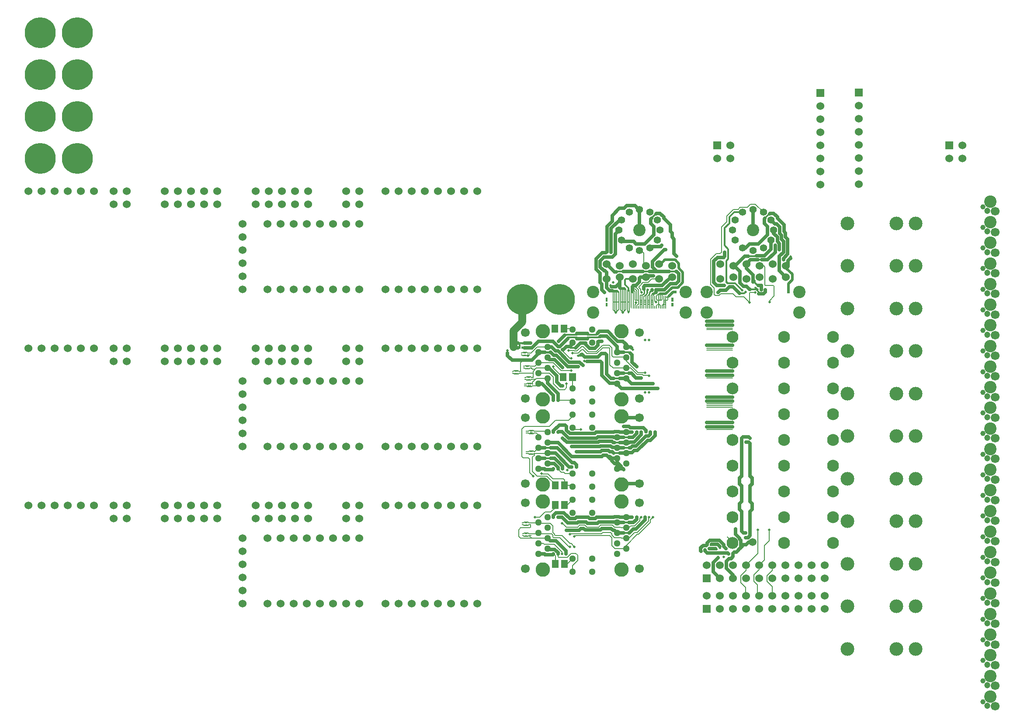
<source format=gbr>
G04 start of page 7 for group 5 idx 5 *
G04 Title: (unknown), bottom *
G04 Creator: pcb 4.2.0 *
G04 CreationDate: Tue Jul 14 02:55:31 2020 UTC *
G04 For: commonadmin *
G04 Format: Gerber/RS-274X *
G04 PCB-Dimensions (mil): 24000.00 18000.00 *
G04 PCB-Coordinate-Origin: lower left *
%MOIN*%
%FSLAX25Y25*%
%LNBOTTOM*%
%ADD180C,0.1870*%
%ADD179C,0.0354*%
%ADD178C,0.0630*%
%ADD177C,0.0380*%
%ADD176C,0.0886*%
%ADD175C,0.0295*%
%ADD174C,0.0492*%
%ADD173C,0.0197*%
%ADD172C,0.0787*%
%ADD171C,0.0350*%
%ADD170C,0.0118*%
%ADD169C,0.0100*%
%ADD168C,0.0240*%
%ADD167C,0.0551*%
%ADD166C,0.2362*%
%ADD165C,0.0512*%
%ADD164C,0.1102*%
%ADD163C,0.0906*%
%ADD162C,0.0001*%
%ADD161C,0.1043*%
%ADD160C,0.0472*%
%ADD159C,0.0669*%
%ADD158C,0.0394*%
%ADD157C,0.0945*%
%ADD156C,0.0600*%
%ADD155C,0.0120*%
%ADD154C,0.0200*%
%ADD153C,0.0140*%
%ADD152C,0.0060*%
%ADD151C,0.0180*%
%ADD150C,0.0150*%
%ADD149C,0.0160*%
%ADD148C,0.0250*%
G54D148*X580000Y331500D02*Y324500D01*
Y331500D02*X583600Y335100D01*
G54D149*Y335900D02*Y334900D01*
G54D148*X580000Y324500D02*X585000Y319500D01*
G54D149*X576500Y341800D02*X576800Y342100D01*
G54D148*X581600D02*X576900D01*
X583500Y338800D02*X590800D01*
X591500Y338100D01*
Y338000D01*
X583600Y338800D02*X575300D01*
X573700Y340400D01*
Y341000D01*
X573500Y341200D01*
X570600Y340100D02*X570300Y340400D01*
Y342600D01*
G54D149*X578500Y345300D02*X578400Y345200D01*
G54D150*X582400Y341700D02*X582000Y342100D01*
X581600D01*
G54D151*X584800Y342800D02*Y343600D01*
G54D148*X583100Y345300D01*
X578500D01*
X584500Y348500D02*X577200D01*
X575200Y345000D02*Y346500D01*
X577200Y348500D01*
X575200Y345000D02*X574600Y344400D01*
X572100D01*
X571000Y343300D01*
X570300Y342600D02*X571100Y343400D01*
X589700Y342000D02*X588000Y343700D01*
Y345000D01*
X584500Y348500D01*
G54D152*X594488Y346260D02*Y347012D01*
X590500Y351000D01*
G54D148*X574800Y515800D02*X594500D01*
X574800Y512700D02*X594500D01*
G54D152*Y510500D02*X574800D01*
Y509300D02*X594500D01*
G54D148*Y497300D02*X574800D01*
G54D152*Y495100D02*X594500D01*
X574800Y493900D02*X594500D01*
G54D148*Y477600D02*X574800D01*
X594500Y474500D02*X574800D01*
Y457900D02*X594500D01*
Y454800D02*X574800D01*
G54D152*X594500Y472300D02*X574800D01*
Y452600D02*X594500D01*
X574800Y451400D02*X594500D01*
G54D148*Y438300D02*X574800D01*
X594500Y435200D02*X574800D01*
G54D152*X594500Y450200D02*X574800D01*
X594500Y433000D02*X574800D01*
G54D148*X601500Y370500D02*X600000Y372000D01*
Y376500D01*
X601500Y378000D01*
X608000D02*X609500Y376500D01*
Y372000D01*
X608000Y370500D01*
Y378000D02*X609500Y376500D01*
X601500Y370500D02*Y355500D01*
X603000Y354000D01*
X604500D01*
X606500Y350500D02*X604500D01*
X608000Y370500D02*Y352000D01*
X606500Y350500D01*
X608000Y390000D02*X609500Y391500D01*
X608000Y390000D02*Y378000D01*
X609500Y391500D02*Y396000D01*
X608000Y397500D01*
X601500D02*X600000Y396000D01*
Y391500D01*
X601500Y390000D01*
Y378000D01*
Y397500D02*Y426500D01*
X608000Y422500D02*Y397500D01*
X601500Y426500D02*X602500Y427500D01*
X607000D01*
X608000Y426500D01*
X605000Y423500D02*X607000D01*
X608000Y422500D01*
G54D152*X605000Y329500D02*Y325500D01*
Y329500D02*X614000Y338500D01*
X615000Y329500D02*Y326000D01*
G54D148*X595000Y322000D02*X590000Y327000D01*
Y332500D01*
X592000Y334500D01*
X593500D01*
X595000Y336000D01*
Y338500D01*
X596000Y339500D01*
X597500D01*
X601000Y343000D01*
G54D152*X615000Y329500D02*X619000Y333500D01*
Y344500D01*
X605000Y325500D02*X601000Y321500D01*
Y316000D01*
G54D148*X595000Y319500D02*Y322000D01*
G54D152*X601000Y316000D02*X604500Y312500D01*
X605000Y306000D02*X604500Y306500D01*
Y312500D02*Y306500D01*
X615000Y326000D02*X611000Y322000D01*
Y317000D01*
X613500Y314500D01*
Y307500D01*
X615000Y306000D01*
X625000D02*Y313000D01*
X621000Y317000D01*
Y321500D01*
X625000Y325500D01*
Y329500D01*
G54D148*X600000Y350000D02*X597000Y353000D01*
Y357000D01*
G54D152*X614000Y338500D02*Y356500D01*
X619000Y344500D02*X622500Y348000D01*
Y356500D01*
G54D148*X601000Y343000D02*Y348500D01*
X600000Y349500D01*
Y350000D01*
X610000Y347000D02*X607000D01*
X605000Y345000D02*X603000D01*
X607000Y347000D02*X605000Y345000D01*
X603000D02*X600500Y342500D01*
X509843Y577362D02*Y577756D01*
X510630Y576575D02*X509843Y577362D01*
X519094Y576575D02*X510630D01*
X520866Y574803D02*X519094Y576575D01*
X527559Y574803D02*X520866D01*
X534646Y581890D02*X527559Y574803D01*
X531496Y571850D02*X532480Y572835D01*
G54D152*X524803Y569685D02*X523622D01*
X526772Y567717D02*X524803Y569685D01*
G54D148*X534646Y588189D02*Y581890D01*
X539764Y572835D02*X540551Y573622D01*
X532480Y572835D02*X539764D01*
X532283Y590551D02*X534646Y588189D01*
X532283Y593898D02*Y590551D01*
X532874Y594488D02*X532283Y593898D01*
G54D153*X536024Y597638D02*X532874Y594488D01*
X536220Y597638D02*X536024D01*
G54D148*X536614Y598031D02*X536220Y597638D01*
X539370Y598031D02*X536614D01*
X542126Y595276D02*X539370Y598031D01*
X542126Y594488D02*Y595276D01*
X547244Y589370D02*X542126Y594488D01*
X547244Y584252D02*Y589370D01*
X548425Y583071D02*X547244Y584252D01*
X548425Y579921D02*Y583071D01*
X550000Y578346D02*X548425Y579921D01*
X523622Y601181D02*Y585433D01*
X522835Y601181D02*X523622D01*
X520079Y603937D02*X522835Y601181D01*
X513780Y603937D02*X520079D01*
X511811Y601969D02*X513780Y603937D01*
X508268Y601969D02*X511811D01*
X502756Y596457D02*X508268Y601969D01*
X502756Y592126D02*Y596457D01*
X498819Y588189D02*X502756Y592126D01*
X508465Y593110D02*X501969Y586614D01*
X509843Y593110D02*X508465D01*
X507874Y585039D02*Y585433D01*
X505118Y582283D02*X507874Y585039D01*
X498819Y568898D02*Y588189D01*
X501969Y586614D02*Y568504D01*
X505118Y566929D02*Y582283D01*
X502953Y564764D02*X505118Y566929D01*
X496654Y564764D02*X502953D01*
X497835Y567913D02*X498819Y568898D01*
X495079Y567913D02*X497835D01*
X490551Y563386D02*X495079Y567913D01*
X490551Y555512D02*Y563386D01*
X493701Y561811D02*X496654Y564764D01*
X498610Y559430D02*X504496Y553543D01*
X551969Y565354D02*X550000Y567323D01*
G54D153*X552362Y564961D02*X551969Y565354D01*
G54D148*X550000Y567323D02*Y578346D01*
G54D154*X553543Y559843D02*X550787Y562598D01*
G54D148*X533465Y561417D02*X542520Y570472D01*
X543701D02*X542520D01*
X537008Y553661D02*X533465Y557205D01*
G54D154*X539744Y559430D02*X538610D01*
X542913Y562598D02*X539744Y559430D01*
G54D148*X531299Y553661D02*X546142D01*
G54D154*X550787Y562598D02*X542913D01*
X553543Y556299D02*Y559843D01*
X556693Y553150D02*X553543Y556299D01*
X556693Y545276D02*Y553150D01*
G54D148*X551850Y553661D02*X553543Y551969D01*
X551732Y553661D02*X551850D01*
X553543Y551969D02*Y546457D01*
G54D155*X546142Y553661D02*X551732D01*
G54D148*X548610Y549430D02*X547461D01*
G54D152*X538610Y547930D02*X532969D01*
X526772Y559843D02*Y567717D01*
X528610Y558004D02*X526772Y559843D01*
X528610Y557930D02*Y558004D01*
G54D148*X533465Y557205D02*Y561417D01*
X529574Y550394D02*X534252D01*
X528610Y549430D02*X529574Y550394D01*
G54D155*X526102Y553661D02*X531299D01*
G54D152*X530315Y545276D02*X526378D01*
X532969Y547930D02*X530315Y545276D01*
G54D148*X524233Y549430D02*X528610D01*
X511378Y553661D02*X526102D01*
X523622Y548819D02*X524233Y549430D01*
X523622Y545669D02*Y548819D01*
G54D153*X513284Y547930D02*X518610D01*
X512598Y547244D02*X513284Y547930D01*
G54D152*X611811Y537795D02*X607874D01*
G54D155*X614961Y536614D02*Y537795D01*
G54D152*X607874D02*X607480Y537402D01*
Y529921D01*
X603150Y534252D01*
G54D155*X612598Y540157D02*X608661D01*
G54D148*X607874D02*X607480D01*
G54D153*X604724Y538189D02*X603543Y537008D01*
X600000D01*
G54D148*X594882Y542126D01*
G54D152*X603150Y534252D02*X597244D01*
X594882Y536614D01*
G54D148*X607480Y540157D02*X605118Y542520D01*
X602756D01*
X600197Y545079D01*
G54D153*X601969Y539370D02*X596457Y544882D01*
G54D148*X600197Y545079D02*Y553740D01*
X596007Y557930D01*
X595224D01*
G54D153*X589764Y545669D02*Y561811D01*
G54D148*X596512Y557930D02*X595224D01*
G54D153*X596457Y544882D02*X590551D01*
X589764Y545669D01*
G54D148*X594882Y542126D02*X592126D01*
X589764Y539764D01*
X580315Y545276D02*X582677Y542913D01*
X588189D01*
G54D152*X594882Y536614D02*X585433D01*
G54D148*X589567Y539567D02*X585236D01*
G54D152*X585433Y536614D02*X584252Y535433D01*
X581496D01*
X580709Y536220D01*
Y540945D01*
G54D148*X585236Y539567D02*X583465Y537795D01*
X619685Y539764D02*Y538189D01*
X618110Y536614D01*
X614567D01*
G54D155*X614961Y537795D02*X612598Y540157D01*
G54D148*X616535Y539764D02*Y542913D01*
X614173D01*
G54D155*X612598Y540945D02*X613386Y540157D01*
X613780D01*
X612402Y541142D02*X612008Y541535D01*
X612795Y540748D02*X612402D01*
X612205Y540945D01*
G54D152*X619685Y542913D02*X619291Y543307D01*
X619685Y542913D02*X625984D01*
X626378Y542520D01*
Y535039D01*
X622835Y531496D01*
Y530315D01*
G54D154*X635224Y557930D02*Y556508D01*
X640157Y551575D01*
Y547244D01*
X637402Y544488D01*
Y538189D01*
G54D148*X635224Y549430D02*X630315Y554339D01*
X610236Y551181D02*X605224Y556193D01*
Y559430D01*
X608393Y562598D01*
X610236Y551181D02*Y545669D01*
G54D155*X613780Y542913D02*X610236Y546457D01*
G54D148*X611024D01*
G54D152*X619291Y553862D02*Y543307D01*
Y553937D02*Y557087D01*
X618448Y557930D01*
X615224D01*
G54D153*X612992Y565748D02*X612598Y565354D01*
G54D148*X621260Y562598D02*X627165Y568504D01*
X630315Y570472D02*Y575197D01*
X628740Y576772D01*
Y579921D01*
X625984Y582677D01*
X627165Y573622D02*Y568504D01*
X633465D02*Y576772D01*
X636614Y566929D02*Y578346D01*
X635039Y579921D01*
Y583071D01*
X633858Y584252D01*
X633465Y576772D02*X631890Y578346D01*
Y581496D01*
X630709Y582677D01*
Y587795D01*
X628346Y590157D01*
X626969D01*
X633858Y584252D02*Y589370D01*
X628740Y594488D02*X633858Y589370D01*
X630315Y554339D02*Y565354D01*
X635224Y557930D02*X637008Y559713D01*
Y562205D01*
X630315Y565354D02*X633465Y568504D01*
Y562598D02*Y563780D01*
X636614Y566929D01*
G54D153*X638976Y564961D02*Y563780D01*
G54D148*X638583D01*
X637008Y562205D01*
X587795Y564567D02*X583071D01*
X580315Y561811D01*
Y545276D01*
G54D152*X580709Y540945D02*X577953Y543701D01*
Y562992D02*Y543701D01*
G54D148*X588583Y568504D02*Y565354D01*
X587795Y564567D01*
G54D153*X589764Y561811D02*X591339Y563386D01*
Y570866D01*
X588583Y573622D01*
G54D152*X586220Y568504D02*X585039Y567323D01*
X582283D01*
X577953Y562992D01*
G54D153*X588583Y573622D02*Y587008D01*
G54D152*X586220Y587795D02*Y568504D01*
G54D148*X606693Y565354D02*X603937D01*
X596512Y557930D01*
X607480Y574803D02*X604528Y571850D01*
X602362D01*
G54D152*X618110Y599016D02*X612008Y605118D01*
X608268D01*
X605906Y602756D01*
G54D153*X612598Y565354D02*X606693D01*
G54D148*X613780Y562598D02*X608393D01*
X616929D02*X621260D01*
G54D153*X614173D02*X616535D01*
G54D148*X612992Y565748D02*X618898D01*
X624016Y570866D01*
Y577756D01*
X621260Y581890D02*X614173Y574803D01*
X607480D01*
X625984Y582677D02*Y585433D01*
X626969Y590157D02*X624016Y593110D01*
X625984Y598031D02*X628740Y595276D01*
Y594488D01*
X625984Y598031D02*X623228D01*
X622835Y597638D01*
G54D153*X622638D01*
X619291Y594291D01*
G54D148*X618898Y593898D01*
Y590551D01*
X621260Y588189D01*
Y581890D01*
G54D153*X588583Y587008D02*X592126Y590551D01*
Y595276D01*
X595866Y599016D01*
X602362D01*
G54D152*X600394Y602756D02*X598819Y601181D01*
X595276D01*
X590157Y596063D01*
Y591732D01*
X586220Y587795D01*
X605906Y602756D02*X600394D01*
G54D148*X610236Y601181D02*Y585433D01*
G54D154*X545866Y534843D02*X549213Y538189D01*
X550787D02*X549213D01*
G54D152*X544685Y534055D02*X547638Y537008D01*
X545669Y534646D02*Y535039D01*
X545276Y534252D02*X545669Y534646D01*
X545276Y532283D02*Y534252D01*
X544882Y531890D02*X545276Y532283D01*
X542205Y531890D02*X544882D01*
X543583Y534055D02*X544685D01*
G54D154*X552756Y541339D02*X556693Y545276D01*
G54D148*X553543Y546457D02*X551575Y544488D01*
G54D154*X548425Y541339D02*X552756D01*
G54D148*X551575Y544488D02*X547244D01*
G54D154*X543701Y536614D02*X548425Y541339D01*
G54D148*X547244Y544488D02*X542520Y539764D01*
X547461Y549430D02*X540945Y542913D01*
G54D152*X542205Y528740D02*X543583D01*
Y534055D02*Y526378D01*
X542205Y534055D02*Y526378D01*
X538583Y528740D02*X538189D01*
X538071Y528465D02*X537795Y528740D01*
X539449Y527874D02*X538583Y528740D01*
X539449Y526378D02*Y527874D01*
X538071Y526378D02*Y528465D01*
X536693Y527638D02*Y526378D01*
X538189Y529134D02*X536693Y527638D01*
X540827Y527835D02*X542205Y529213D01*
X540827Y526378D02*Y527835D01*
X543583Y530315D02*X542205D01*
X540827Y536102D02*X540945Y536220D01*
X539449Y535906D02*X539764Y536220D01*
X538071Y535709D02*X538976Y536614D01*
X538189D02*X538976D01*
X536693Y535118D02*X538189Y536614D01*
X540827Y532559D02*Y536102D01*
X539449Y532362D02*Y535906D01*
X538189Y531890D02*X540157D01*
X540827Y532559D02*X540157Y531890D01*
X539449Y532362D02*X538976Y531890D01*
X538071Y533976D02*Y535709D01*
X536693Y532598D02*Y535118D01*
X538071Y534055D02*Y532165D01*
G54D148*X542520Y539764D02*X536220D01*
G54D154*X539370Y536614D02*X543701D01*
G54D152*X535315Y531220D02*X536220Y530315D01*
X538189Y531496D02*Y529134D01*
X535315Y534055D02*Y531220D01*
X538071Y532165D02*X537795Y531890D01*
X538189Y531496D01*
X537402Y531890D02*X537795D01*
X536693Y532598D02*X537402Y531890D01*
G54D148*X493701Y552362D02*X490551Y555512D01*
X493701Y545276D02*Y552362D01*
X494882Y544094D02*X493701Y545276D01*
X494882Y539764D02*Y544094D01*
X498610Y552965D02*Y552362D01*
Y547930D02*Y552571D01*
Y547930D02*X498425Y547745D01*
X497244Y554331D02*X498610Y552965D01*
X496457Y554331D02*X497244D01*
X493701Y557087D02*X496457Y554331D01*
X493701Y561811D02*Y557087D01*
X496850Y537795D02*X494882Y539764D01*
X498425Y541339D02*X500787Y538976D01*
X502756D02*X500787D01*
G54D153*X501575Y542913D02*X502362Y542126D01*
G54D152*X503622Y538110D02*X503543Y538189D01*
G54D148*X498425Y547745D02*Y541339D01*
X508610Y545224D02*Y549430D01*
G54D155*X506024Y553661D02*X511378D01*
X505906Y553543D02*X506024Y553661D01*
G54D148*X504496Y553543D02*X505906D01*
G54D153*X512598Y543701D02*Y547244D01*
X515157Y541142D02*X512598Y543701D01*
G54D152*X512992Y540157D02*X513268Y539882D01*
G54D148*X505512Y542126D02*X508610Y545224D01*
Y541390D02*Y549430D01*
X502362Y542126D02*X505512D01*
G54D153*X506693Y538976D02*X502756D01*
X507480Y538189D02*X506693Y538976D01*
G54D152*X505000Y537913D02*X504724Y538189D01*
X506378Y537717D02*X505906Y538189D01*
X507480D02*X502756D01*
X507756Y537913D02*X507480Y538189D01*
X532559Y526378D02*Y535315D01*
Y533858D02*Y534528D01*
X531181Y526378D02*Y535709D01*
X533937Y526378D02*Y534055D01*
X532559Y531772D02*X533937D01*
X532559Y528740D02*X533937D01*
X529803D02*X531181D01*
X529803Y531772D02*X531181D01*
X527047D02*X528425D01*
X524291D02*X525669D01*
X527047Y534528D02*X529134Y536614D01*
X526772Y536220D02*X527559Y537008D01*
X526378Y536220D02*X526772D01*
X525984Y535827D02*X526378Y536220D01*
X524409Y535827D02*X525984D01*
X525669Y535512D02*X527165Y537008D01*
X524291Y535709D02*X524409Y535827D01*
X527559Y539370D02*X527362Y539567D01*
X527559Y537598D02*Y539370D01*
X527362Y537402D02*X527559Y537598D01*
Y537008D02*Y537402D01*
X527165Y537008D02*Y540157D01*
X524409Y538583D02*Y540157D01*
X525197Y537795D02*X524409Y538583D01*
X522913Y539685D02*Y528819D01*
X518780Y539094D02*Y526378D01*
X520157Y538504D02*X518898Y539764D01*
X517402Y526378D02*Y539055D01*
X532559Y534055D02*Y535709D01*
X533937Y533858D02*Y535512D01*
X529803Y533858D02*Y534921D01*
X528425Y533858D02*Y535512D01*
X527047Y533976D02*Y534528D01*
X524291Y533858D02*Y535709D01*
X527047Y528740D02*X528425D01*
X529803Y526378D02*Y534055D01*
X528425Y526378D02*Y534055D01*
X527047Y526378D02*Y534055D01*
X524291Y528740D02*X525669D01*
Y526378D02*Y535512D01*
X524291Y526378D02*Y534055D01*
X533858Y537008D02*X533465Y536614D01*
X533071Y537008D02*X533858D01*
X533071Y536220D02*Y537008D01*
X532559Y535709D02*X533071Y536220D01*
X532559Y535315D02*X533858Y536614D01*
X534646Y535827D02*X534252D01*
X534449Y536024D02*X534646Y535827D01*
X533937Y535512D02*X534646Y536220D01*
G54D154*X535827Y537795D02*X534646Y536614D01*
X536220Y537795D02*X535827D01*
G54D148*X536220Y539764D02*Y537795D01*
X533071Y539764D02*Y539370D01*
G54D152*Y538976D02*Y539764D01*
X531890Y537795D02*X533071Y538976D01*
X531693Y537795D02*X531890D01*
X531693Y538386D02*Y536811D01*
X533071Y539764D02*X531299Y537992D01*
G54D153*X527165Y540157D02*X527559Y539764D01*
G54D148*X526772Y542126D02*Y540551D01*
X527559Y542913D02*X526772Y542126D01*
X540945Y542913D02*X527559D01*
G54D152*X523228Y541339D02*X524409Y540157D01*
X523228Y542126D02*Y541339D01*
X526378Y545276D02*X523228Y542126D01*
X526378Y545276D02*X525197Y544094D01*
G54D148*X520866Y542913D02*X523622Y545669D01*
X518898Y542913D02*X520866D01*
X518110Y542126D02*X518898Y542913D01*
G54D152*X520866Y541732D02*X518110D01*
X520079Y540551D02*X519291D01*
G54D148*X518110Y540157D02*Y542126D01*
G54D152*X518504Y539370D02*X517717D01*
X518780Y539094D02*X518504Y539370D01*
X517402Y539055D02*X517717Y539370D01*
X522913Y539685D02*X520866Y541732D01*
X531693Y536811D02*X531102Y536220D01*
X530906Y536417D02*X531102Y536614D01*
X530906Y536024D02*Y536417D01*
X531299Y537992D02*Y535827D01*
X531181Y535709D02*X531299Y535827D01*
X529921Y537402D02*X529528Y537008D01*
X529921Y539764D02*Y537402D01*
X529528Y536614D02*Y539370D01*
X529921Y539764D02*X529528Y539370D01*
X529134Y536614D02*Y538976D01*
X529921Y539764D02*X529134Y538976D01*
X529803Y534921D02*X530906Y536024D01*
X528425Y535512D02*X529528Y536614D01*
X520157Y538504D02*Y533858D01*
Y534055D02*Y532205D01*
X521535Y539094D02*Y532008D01*
Y539094D02*X520079Y540551D01*
G54D153*X515354Y523228D02*Y522441D01*
G54D152*X514646Y523543D02*X514961Y523228D01*
X513268Y524768D02*X511000Y522500D01*
X514961Y523228D02*X515748D01*
X516024Y523504D02*X515748Y523228D01*
X514646Y539449D02*Y523543D01*
X516024Y539488D02*Y523504D01*
X515748Y539764D02*X514961D01*
X516024Y539488D02*X515748Y539764D01*
X513268Y539882D02*Y524768D01*
G54D153*X515157Y539961D02*Y541142D01*
G54D152*X514646Y539449D02*X514961Y539764D01*
G54D148*X509055Y540945D02*X508610Y541390D01*
G54D152*X509134Y540079D02*X509055Y540157D01*
G54D153*X512205Y540945D02*X509055D01*
X512992Y540157D02*X512205Y540945D01*
G54D152*X512992Y540157D02*X509055D01*
X510512Y539882D02*X510236Y540157D01*
X511890Y539685D02*X511417Y540157D01*
X507756Y526378D02*Y537913D01*
X506378Y537717D02*Y523378D01*
X505000Y537913D02*Y523000D01*
X503622Y538110D02*Y524378D01*
X509134Y524366D02*X511000Y522500D01*
X510512Y522988D02*X511000Y522500D01*
X509134Y540079D02*Y524366D01*
X510512Y539882D02*Y522988D01*
X511890Y539685D02*Y523390D01*
X511000Y522500D01*
G54D148*X446457Y467929D02*X449071D01*
G54D152*X446457Y475961D02*X446496Y476000D01*
X445071Y466500D02*X446500Y467929D01*
X445000Y472000D02*X453488D01*
X446496Y476000D02*X455000D01*
X458000Y473000D01*
Y468000D01*
G54D148*X460500Y474000D02*Y469500D01*
G54D152*X453488Y472000D02*X453543Y471945D01*
X442000Y466500D02*X445071D01*
X442000Y467800D02*Y469000D01*
X445000Y472000D02*X442000Y469000D01*
G54D148*X449071Y467929D02*X458000Y459000D01*
X453543Y468457D02*X461500Y460500D01*
X458000Y459000D02*Y455500D01*
X461500Y460500D02*Y455500D01*
G54D152*X471406D02*X461500D01*
X458000Y468000D02*X462500Y463500D01*
X466500D01*
X468000Y465000D01*
Y468000D01*
G54D148*X460500Y469500D02*X463500Y466500D01*
X465000D01*
G54D152*X472480Y464465D02*X472543Y464527D01*
X472480Y454425D02*X471406Y455500D01*
X472543Y464527D02*Y472957D01*
X464000Y478000D02*X471500D01*
G54D148*X453543Y471945D02*Y468457D01*
Y479976D02*X453567Y480000D01*
X453533Y479967D02*X454533D01*
X460500Y474000D01*
G54D152*X453567Y480000D02*X445000D01*
X442500Y477500D01*
Y473350D01*
X442000Y479000D02*X444000D01*
X442200Y476200D02*X442500Y476500D01*
G54D148*X446457Y492024D02*X446480Y492000D01*
X451500D01*
X453543Y488008D02*X453551Y488000D01*
G54D152*X446457Y483992D02*X458008D01*
G54D148*X453543Y488008D02*X455051Y486500D01*
G54D152*X446457Y483992D02*X446465Y484000D01*
G54D148*X446500Y492000D02*Y491000D01*
X441500Y486000D01*
G54D152*X453543Y496039D02*X445539D01*
X441000Y491500D01*
X439000D01*
G54D148*X455051Y486500D02*X459000D01*
X456000Y492000D02*X458250Y489750D01*
X460250D01*
G54D152*X458000Y481000D02*Y480000D01*
G54D148*X469000Y481000D02*X477000D01*
X470000Y484500D02*X478000D01*
X480500Y482000D01*
G54D152*X458000Y480000D02*X465043Y472957D01*
X465457D01*
X458008Y483992D02*X464000Y478000D01*
G54D148*X459000Y486500D02*X465000Y480500D01*
X460250Y489750D02*X469000Y481000D01*
G54D152*X442000Y471500D02*X444500D01*
X442500Y473350D02*X441950Y472800D01*
X432500Y477500D02*X433000Y478000D01*
Y484000D01*
X432550Y476200D02*X442200D01*
X440950Y481300D02*X443816D01*
X446508Y483992D01*
X441000Y480000D02*X442000Y479000D01*
G54D148*X461500Y493000D02*X470000Y484500D01*
G54D152*X471500Y487500D02*X470500D01*
X465000Y493000D01*
G54D153*X481500Y485500D02*X482000Y485000D01*
X483000D01*
G54D152*X465000Y493000D02*Y494000D01*
X469500Y493500D02*X473500D01*
G54D148*X472480Y498480D02*X470500Y496500D01*
X468000D01*
G54D153*X471000Y495500D02*Y498024D01*
X472480Y499504D01*
G54D148*X468000Y496500D02*X465500Y494000D01*
G54D153*X462750Y496250D02*X461750D01*
X461500Y496000D02*X462750D01*
X463000Y496250D01*
X461500Y496500D02*X460750Y497250D01*
G54D148*X465500Y494000D02*X465000D01*
X455500Y492000D02*X456000D01*
G54D149*X455000D02*X452000D01*
G54D148*X453543Y496039D02*X453583Y496000D01*
X453543Y496039D02*X456461D01*
X457500Y500500D02*X461500Y496500D01*
X456461Y496039D02*X459500Y493000D01*
X461500D01*
G54D153*X461750Y496250D02*X461500Y496000D01*
Y496500D01*
X432138Y495500D02*Y499000D01*
G54D156*X427500Y496000D02*Y508500D01*
X433500Y514500D01*
X434252Y532283D02*Y515252D01*
X433750Y514750D01*
G54D148*X430000Y499000D02*X431000D01*
G54D153*X434500D02*X432138D01*
G54D148*X431000Y495500D02*X430000D01*
G54D153*X436000D02*X434500D01*
G54D148*X441500Y486000D02*X426500D01*
X423000Y489500D01*
Y491500D01*
G54D153*Y493500D01*
G54D152*X433000Y484000D02*X435000Y486000D01*
G54D148*X440500Y499000D02*X436000D01*
X457500Y500500D02*X446500D01*
X442500Y496500D01*
X442750Y496750D02*X441500Y495500D01*
X436000D01*
X446457Y402929D02*X451071D01*
X446457Y410961D02*X451461D01*
X451500Y411000D01*
X451071Y402929D02*X451500Y402500D01*
X457500D01*
X458000Y403000D01*
X453543Y406945D02*X458555D01*
X461500Y403000D02*Y404000D01*
X458555Y406945D02*X461500Y404000D01*
G54D152*X464000Y400500D02*X461500Y403000D01*
X442000Y412000D02*Y401000D01*
X440000Y400000D02*Y410500D01*
X439000Y411500D01*
X435000D01*
X434000Y412500D01*
X453000Y397500D02*X445500D01*
X454000Y399000D02*X449500D01*
X449000Y399500D01*
X442000Y401000D02*X445500Y397500D01*
X442500D02*X440000Y400000D01*
G54D153*X451500Y411000D02*X456000D01*
G54D148*X459000D01*
X465000Y405000D01*
X451492Y418992D02*X451500Y419000D01*
G54D153*X456000D01*
G54D148*X461000D01*
X453543Y414976D02*X459524D01*
X465000Y405000D02*Y403000D01*
X459524Y414976D02*X470000Y404500D01*
X472000D01*
X475500D02*Y406000D01*
X473750Y407750D01*
X472250D01*
X461000Y419000D01*
X461492Y423008D02*X472000Y412500D01*
X446457Y418992D02*X451492D01*
G54D152*X443508Y416000D02*X446500Y418992D01*
X453067Y414500D02*X453543Y414976D01*
X443400Y414700D02*X453224D01*
X453500Y414976D01*
X443400Y416000D02*X443508D01*
X443500Y414700D02*Y413500D01*
X442000Y412000D01*
X434000Y412500D02*Y433500D01*
X436000Y435500D01*
X455000D01*
G54D148*X453543Y423008D02*X461492D01*
X468500Y423250D02*X468250D01*
G54D152*X443500Y430500D02*X445000D01*
X446457Y429043D01*
Y427024D01*
X443500Y431800D02*X452783D01*
X453543Y431039D01*
G54D148*X458000Y432000D02*Y431000D01*
X470500Y430000D02*X468000Y432500D01*
Y435500D01*
X469500Y426500D02*X464500Y431500D01*
X468250Y423250D02*X465000Y426500D01*
G54D152*X473984Y433000D02*X472480Y434504D01*
G54D148*X468000Y435500D02*X467000Y436500D01*
X462500D01*
X458000Y432000D02*X462500Y436500D01*
X464500Y431500D02*X462000D01*
X461500Y431000D01*
G54D152*X455000Y435500D02*X459500Y440000D01*
X469500D01*
X472480Y444543D02*Y442980D01*
X469500Y440000D01*
G54D148*X470500Y430000D02*X489500D01*
G54D152*X479000Y433000D02*X473984D01*
G54D148*X489500Y430000D02*X490500Y431000D01*
X468250Y423250D02*X492250D01*
X493000Y424000D01*
X472000Y420000D02*X493500D01*
X494000Y420500D01*
X475500Y416000D02*X494000D01*
X495000Y417000D01*
Y412500D02*X496000Y413500D01*
X495000Y412500D02*X472000D01*
G54D152*X466500Y390500D02*X471406D01*
X472480Y389425D01*
X466500Y390500D02*Y394500D01*
X465500Y395500D01*
X459414Y390500D02*Y391086D01*
X453000Y397500D01*
X465500Y395500D02*X457500D01*
X454000Y399000D01*
X472480Y399465D02*X467035D01*
X466000Y400500D01*
X464000D01*
G54D153*X469000Y503400D02*X476000D01*
X484000Y505500D02*X491000D01*
G54D148*X476000Y502500D02*X484000D01*
Y506500D02*X476000D01*
G54D153*X484000Y503500D02*X493000D01*
X471000Y495500D02*X474000D01*
X474500Y496000D01*
G54D148*X475000Y495500D02*X478500Y499000D01*
G54D152*X476000Y493000D02*X479500Y496500D01*
X480500D01*
X479500Y494000D02*X480500D01*
G54D148*X478500Y499000D02*X482500D01*
X472480Y499504D02*Y498480D01*
X485500Y495000D02*X482500Y498000D01*
X485500Y495000D02*X489500D01*
G54D152*X480500Y496500D02*X484500Y492500D01*
G54D148*X489500Y495000D02*X492000Y497500D01*
Y500000D01*
X492500Y500500D01*
X495000D01*
G54D152*X484500Y492500D02*X490500D01*
X495500Y497500D01*
X491000Y491000D02*X495500Y495500D01*
G54D148*X492000Y488500D02*X494500Y491000D01*
G54D152*X480500Y494000D02*X483500Y491000D01*
X491000D01*
G54D148*X482000Y488500D02*X492000D01*
X494000Y485000D02*X483500D01*
G54D152*X473500Y493500D02*X474000Y493000D01*
X476000D01*
X472500Y491500D02*X477000D01*
X479500Y494000D01*
G54D153*X477000Y489500D02*X478000D01*
G54D148*X479000Y490000D02*X479500Y490500D01*
X480000D01*
X482000Y488500D01*
X482500Y498000D02*Y499000D01*
X461283Y532283D02*X462598D01*
X469000Y502500D02*X462750Y496250D01*
G54D153*X465000Y502500D02*X464500D01*
G54D148*X462000Y500500D02*X466500Y505000D01*
G54D153*X468000Y505500D02*X465000Y502500D01*
Y504500D02*X466000Y505500D01*
X476000D02*X466000D01*
G54D152*X466086Y510000D02*X472024D01*
X472480Y509543D01*
G54D148*X499500Y508000D02*X493000D01*
X491500Y506500D01*
X493500Y504000D02*X494000Y504500D01*
X498500D01*
X501750Y505750D02*X499500Y508000D01*
X502000Y505500D02*X507000Y500500D01*
X498500Y504500D02*X506457Y496543D01*
X513543Y497957D02*Y496039D01*
X511000Y500500D02*X513543Y497957D01*
X507000Y500500D02*X511000D01*
X506457Y496543D02*Y492024D01*
G54D152*X502500Y495500D02*Y489500D01*
G54D148*X506457Y491957D02*X506500Y492000D01*
G54D152*X495500Y497500D02*X500500D01*
X502500Y495500D01*
X501000Y482500D02*Y495000D01*
X500500Y495500D01*
X495500D01*
G54D148*X497500Y491000D02*X498500Y490000D01*
X494500Y491000D02*X497500D01*
G54D152*X513543Y488008D02*Y485457D01*
X502500Y489500D02*X503500Y488500D01*
X513000D01*
X513500Y488000D01*
G54D148*X506500Y492000D02*X511500D01*
G54D153*X516000D01*
G54D148*X518000Y490000D02*X516500Y491500D01*
X498500Y490000D02*Y475500D01*
X495000Y474500D02*Y484000D01*
X494000Y485000D01*
X513543Y496000D02*X517000D01*
X517500Y495500D01*
G54D153*X518500Y494000D02*Y494500D01*
X517500Y495500D02*X518500Y494500D01*
G54D148*X518000Y490000D02*Y484500D01*
G54D152*X522913Y531890D02*X520472D01*
X533937Y530315D02*X532559D01*
X529803D02*X531181D01*
X527047D02*X528425D01*
X524291D02*X525669D01*
X520157Y532205D02*X520472Y531890D01*
X521535Y532008D02*X521654Y531890D01*
X521260Y529528D02*X520866Y529921D01*
X520157Y528425D02*X521260Y529528D01*
X520157Y526378D02*Y528425D01*
X521535Y527835D02*X522047Y528346D01*
X521535Y526378D02*Y527835D01*
X522441Y528346D02*X522913Y528819D01*
X522441Y528346D02*X522047D01*
X514646Y530315D02*X516024D01*
X509134D02*X513268D01*
X507756D02*X503622D01*
X507756Y526500D02*Y524756D01*
X505500Y522500D01*
X506378Y523378D02*X505500Y522500D01*
X505000Y523000D02*X505500Y522500D01*
X503622Y524378D02*X505500Y522500D01*
G54D153*X504000Y472000D02*X508500D01*
G54D148*X508555Y471945D01*
X506496Y476000D02*X511500D01*
X513543Y471945D02*X508555D01*
G54D152*X513543Y479976D02*X513520Y480000D01*
X503500D01*
X501000Y482500D01*
G54D148*X498500Y475500D02*X502000Y472000D01*
X501000Y468500D02*X495000Y474500D01*
X502000Y472000D02*X504000D01*
X501000Y468500D02*X505886D01*
X509886Y464500D01*
G54D152*X513543Y479976D02*X517024D01*
X513543Y485457D02*X522500Y476500D01*
X516976Y479976D02*X521953Y475000D01*
G54D148*X521500Y481000D02*X518000Y484500D01*
G54D153*X511500Y476000D02*X515500D01*
G54D148*X517500D01*
X513543Y471945D02*X517488Y468000D01*
G54D152*X522500Y476500D02*X528000D01*
X521953Y475000D02*X526000D01*
X526500Y474500D01*
X530500D01*
X531000Y474000D01*
G54D148*X525000Y472500D02*X521000D01*
X517500Y476000D01*
X509886Y464500D02*X537500D01*
X517488Y468000D02*X534000D01*
X504000Y431000D02*X490500D01*
X503500Y427500D02*X492000D01*
X491000Y426500D01*
X469500D01*
X503500Y423000D02*X502500Y424000D01*
X493000D01*
X501500Y420500D02*X502750Y419250D01*
X506199D01*
X494000Y420500D02*X501500D01*
X495000Y417000D02*X500000D01*
X501000Y416000D01*
X503000D01*
X496000Y413500D02*X498500D01*
X513504Y431000D02*X513543Y431039D01*
X508461D01*
X508000Y431500D01*
X504500D01*
X518000Y431000D02*X513583D01*
X513543Y431039D01*
X515500Y435500D02*X511500D01*
X523504Y442181D02*X510787D01*
X510000Y442969D01*
X508500Y415000D02*X513520D01*
X503000Y416000D02*X504000Y415000D01*
G54D153*X508500D01*
G54D148*X511500Y419000D02*X506465D01*
X506457Y418992D01*
X508508Y423008D02*X516008D01*
X504500Y431500D02*X504000Y431000D01*
X506457Y427024D02*X503976D01*
X508508Y423008D02*X508500Y423000D01*
G54D153*X504500D01*
G54D148*X503500D01*
X506480Y427000D02*X506457Y427024D01*
X503976D02*X503500Y427500D01*
X511500Y427000D02*X506480D01*
G54D153*X511500D02*X515500D01*
G54D148*X506199Y419250D02*X506457Y418992D01*
Y410961D02*Y402929D01*
X499500Y412500D02*X501000D01*
X502539Y410961D02*X501000Y412500D01*
X502500Y411000D02*Y409000D01*
X506457Y410961D02*X502539D01*
X506457D02*Y409957D01*
X502500Y409000D02*X504500Y407000D01*
X507500D01*
X509500Y405000D01*
X511500Y402500D02*X509500Y404500D01*
Y405000D02*Y404500D01*
X506457Y402929D02*X511071D01*
X502750Y410750D02*X501250D01*
X498500Y413500D02*X501250Y410750D01*
X518500Y427000D02*X521500Y430000D01*
Y431000D01*
X526500Y434500D02*X516500D01*
X515500Y435500D01*
X526500Y434500D02*X528500Y432500D01*
G54D155*Y431000D02*Y432500D01*
G54D148*Y431500D01*
X519500Y423500D02*X525000Y429000D01*
Y431000D02*Y429000D01*
X528500Y428000D02*X520750Y420250D01*
X518250D01*
X529750Y424750D02*X522000Y417000D01*
X519500D01*
X528500Y428000D02*X530500D01*
X532000Y429500D01*
Y431000D01*
X535500D02*Y428500D01*
X531750Y424750D01*
X529750D01*
X513520Y415000D02*X513543Y414976D01*
X515500Y427000D02*X518500D01*
X516008Y423008D02*X516500Y423500D01*
X516000Y419000D02*X517000D01*
X518000Y420000D01*
X518250Y420250D02*X517000Y419000D01*
X516500Y423500D02*X519500D01*
G54D153*X511500Y419000D02*X516500D01*
G54D148*X519500Y417000D02*X518000Y415500D01*
X514067D01*
X523504Y391787D02*X510787D01*
X510000Y391000D01*
X514067Y415500D02*X513543Y414976D01*
X446457Y337929D02*X451071D01*
X451500Y337500D01*
X457500D01*
X458000Y338000D01*
X453543Y341945D02*X453988Y341500D01*
X459000D01*
G54D152*X459414Y336586D02*X458000Y338000D01*
G54D148*X468750Y361750D02*X476250D01*
G54D152*X468000Y358500D02*X465000Y361500D01*
G54D148*X477500Y356000D02*X468000D01*
G54D155*X467500Y356500D01*
G54D152*X471000Y353500D02*X470500Y353000D01*
X474500Y352000D02*X474000Y351500D01*
X458000Y350500D02*X463000D01*
X459500Y352000D02*X464500D01*
X446233Y361800D02*X446457Y362024D01*
X445965Y353500D02*X446457Y353992D01*
G54D148*X459000Y341500D02*X461500Y339000D01*
G54D152*X458500Y345500D02*X464500Y339500D01*
Y338000D01*
G54D148*X461500Y339000D02*Y338000D01*
G54D152*Y336000D01*
X462000Y335500D01*
G54D148*X460000Y348000D02*X467500Y340500D01*
Y338000D01*
G54D152*X459414Y330500D02*Y336586D01*
X462000Y335500D02*X468500D01*
X466500Y330500D02*X468516D01*
X472480Y334465D01*
X476500Y333000D02*X472480Y328980D01*
X463000Y350500D02*X470000Y343500D01*
X470500D02*X470000D01*
X464500Y352000D02*X470500Y346000D01*
X471500D01*
X474000Y343500D01*
X475000Y338500D02*X476500Y337000D01*
X468500Y335500D02*X471500Y338500D01*
X475000D01*
X476500Y337000D02*Y333000D01*
X472480Y324425D02*Y328980D01*
G54D148*X470500Y365000D02*X474500D01*
X485500D02*X484500Y366000D01*
X475500D01*
X474500Y365000D01*
X476250Y361750D02*X477000Y362500D01*
G54D152*X478000Y360000D02*X476500Y358500D01*
X468000D01*
G54D148*X477000Y362500D02*X483000D01*
X484000Y361500D01*
X491500D01*
G54D152*X482000Y360000D02*X478000D01*
G54D148*X491500Y361500D02*X492500Y362500D01*
G54D152*X494000Y360000D02*X492500Y358500D01*
X483500D01*
X482000Y360000D01*
G54D148*X491039Y366039D02*X490000Y365000D01*
X485500D01*
X491039Y366039D02*X504039D01*
X493750Y356250D02*X482250D01*
G54D152*X494500Y353500D02*X471000D01*
X501000Y352000D02*X474500D01*
G54D148*X482250Y356250D02*X481000Y357500D01*
X479000D01*
X477500Y356000D01*
X492500Y362500D02*X505980D01*
G54D152*X509000Y358500D02*X504500D01*
X503000Y360000D01*
G54D148*X505980Y362500D02*X506480Y362000D01*
G54D152*X503000Y360000D02*X494000D01*
G54D148*X502000Y357500D02*X495000D01*
X493750Y356250D01*
G54D152*X501500Y354500D02*X495500D01*
X494500Y353500D01*
X513543Y341945D02*X513488Y342000D01*
X505000D01*
X502500Y344500D01*
X513543Y341945D02*Y344543D01*
X509500Y350500D02*X504500D01*
G54D148*X506457Y353992D02*Y354043D01*
X504500Y356000D01*
X503500D01*
X502000Y357500D01*
G54D152*X502500Y353500D02*X501500Y354500D01*
X504500Y350500D02*X502500Y352500D01*
Y353500D01*
Y344500D02*Y350500D01*
X501000Y352000D01*
G54D148*X504039Y366039D02*X504500Y366500D01*
X508000D01*
X508500Y366000D01*
X518000D01*
X513543Y366039D02*X513500Y365996D01*
G54D152*X509492Y358008D02*X509000Y358500D01*
G54D148*X511500Y362000D02*X506480D01*
X515500D02*X519000D01*
G54D155*X515500D02*X511500D01*
G54D152*X509492Y358008D02*X515508D01*
X517000Y359500D01*
X510024Y349976D02*X509500Y350500D01*
X510024Y349976D02*X515476D01*
G54D148*X506457Y354000D02*X511500D01*
G54D155*X515500D01*
G54D148*X516000D01*
X519000Y357000D01*
X521000D01*
G54D152*X515476Y349976D02*X520000Y354500D01*
X522000D01*
X513543Y344543D02*X522000Y353000D01*
X523000D01*
G54D148*X519000Y362000D02*X521500Y364500D01*
G54D152*X520000Y359500D02*X524000Y363500D01*
Y365000D01*
G54D148*X521000Y357000D02*X528000Y364000D01*
X521500Y364500D02*Y366000D01*
X528000D02*Y364000D01*
G54D152*X517000Y359500D02*X520000D01*
X524000Y365000D02*X525000Y366000D01*
X522000Y354500D02*X530500Y363000D01*
Y365500D01*
X531000Y366000D01*
X532000Y362000D02*Y364000D01*
X534000Y366000D01*
X523000Y353000D02*X532000Y362000D01*
X446457Y345961D02*X450539D01*
X456500Y353500D02*X457500Y352500D01*
Y351000D01*
X450539Y345961D02*X451000Y345500D01*
X458500D01*
G54D148*X453543Y349976D02*X455520Y348000D01*
X460000D01*
G54D152*X457500Y351000D02*X458000Y350500D01*
X446457Y353992D02*X446949Y353500D01*
X456500D01*
X446457Y362024D02*X446980Y361500D01*
X455500D01*
X457500Y359500D02*Y354500D01*
X459000Y353000D01*
Y352500D01*
X459500Y352000D01*
X455500Y361500D02*X457500Y359500D01*
G54D148*X458000Y366000D02*Y367500D01*
X460000Y369500D01*
X466000D01*
X461500Y366000D02*X464500D01*
G54D152*X466500Y375500D02*X468437D01*
X459414D02*Y373414D01*
G54D148*X466000Y369500D02*X470500Y365000D01*
X464500Y366000D02*X468750Y361750D01*
G54D152*X464500Y361500D02*X465000D01*
X468437Y375500D02*X472480Y379543D01*
X459414Y373414D02*X456000Y370000D01*
X451500D01*
X447500Y366000D01*
X444000D01*
X453543Y349976D02*X433024D01*
X440050Y352200D02*Y351403D01*
X441476Y349976D01*
X440000Y353500D02*X445965D01*
X433024Y349976D02*X431500Y351500D01*
Y356500D01*
X433000Y358000D01*
X440000D01*
X440500Y358500D01*
Y360000D01*
X440000Y360500D01*
X439950Y361800D02*X446233D01*
G54D157*X791339Y229134D03*
G54D158*X785433Y225197D03*
G54D159*X794882Y221654D03*
G54D160*X788976Y222047D03*
G54D157*X791339Y370866D03*
G54D159*X794882Y363386D03*
G54D160*X788976Y363780D03*
G54D158*X785433Y366929D03*
G54D157*X791339Y355118D03*
G54D159*X794882Y347638D03*
G54D160*X788976Y348031D03*
G54D157*X791339Y339370D03*
G54D159*X794882Y331890D03*
G54D160*X788976Y332283D03*
G54D158*X785433Y335433D03*
Y351181D03*
G54D157*X791339Y323622D03*
G54D158*X785433Y319685D03*
G54D159*X794882Y316142D03*
G54D160*X788976Y316535D03*
G54D157*X791339Y307874D03*
G54D159*X794882Y300394D03*
G54D160*X788976Y300787D03*
G54D158*X785433Y303937D03*
G54D157*X791339Y292126D03*
G54D161*X734252Y330453D03*
X719488D03*
X734252Y297953D03*
X719488D03*
Y265453D03*
G54D159*X794882Y284646D03*
G54D160*X788976Y285039D03*
G54D157*X791339Y276378D03*
G54D158*X785433Y272441D03*
Y288189D03*
G54D159*X794882Y268898D03*
G54D160*X788976Y269291D03*
G54D157*X791339Y260630D03*
G54D159*X794882Y253150D03*
G54D160*X788976Y253543D03*
G54D158*X785433Y256693D03*
G54D157*X791339Y244882D03*
G54D159*X794882Y237402D03*
G54D160*X788976Y237795D03*
G54D158*X785433Y240945D03*
G54D157*X791339Y607087D03*
G54D159*X794882Y599606D03*
G54D160*X788976Y600000D03*
G54D158*X785433Y603150D03*
G54D157*X791339Y591339D03*
G54D159*X794882Y583858D03*
G54D160*X788976Y584252D03*
G54D158*X785433Y587402D03*
G54D157*X791339Y465354D03*
G54D159*X794882Y457874D03*
G54D160*X788976Y458268D03*
G54D158*X785433Y461417D03*
G54D157*X791339Y449606D03*
G54D159*X794882Y442126D03*
G54D160*X788976Y442520D03*
G54D158*X785433Y445669D03*
G54D157*X791339Y481102D03*
G54D159*X794882Y473622D03*
G54D160*X788976Y474016D03*
G54D158*X785433Y477165D03*
G54D157*X791339Y496850D03*
G54D159*X794882Y489370D03*
G54D160*X788976Y489764D03*
G54D158*X785433Y492913D03*
G54D157*X791339Y512598D03*
Y528346D03*
G54D159*X794882Y520866D03*
G54D160*X788976Y521260D03*
G54D158*X785433Y524409D03*
G54D159*X794882Y505118D03*
G54D160*X788976Y505512D03*
G54D158*X785433Y508661D03*
G54D157*X791339Y575591D03*
G54D159*X794882Y568110D03*
G54D157*X791339Y559843D03*
G54D158*X785433Y555906D03*
G54D160*X788976Y568504D03*
G54D158*X785433Y571654D03*
G54D159*X794882Y552362D03*
G54D160*X788976Y552756D03*
G54D157*X791339Y544094D03*
G54D159*X794882Y536614D03*
G54D160*X788976Y537008D03*
G54D158*X785433Y540157D03*
G54D157*X791339Y433858D03*
G54D159*X794882Y426378D03*
G54D160*X788976Y426772D03*
G54D158*X785433Y429921D03*
Y414173D03*
G54D157*X791339Y418110D03*
G54D159*X794882Y410630D03*
G54D160*X788976Y411024D03*
G54D157*X791339Y402362D03*
G54D159*X794882Y394882D03*
G54D160*X788976Y395276D03*
G54D157*X791339Y386614D03*
G54D159*X794882Y379134D03*
G54D160*X788976Y379528D03*
G54D158*X785433Y382677D03*
Y398425D03*
G54D161*X734252Y395453D03*
Y427953D03*
Y460453D03*
Y492953D03*
Y525453D03*
Y557953D03*
Y590453D03*
Y265453D03*
Y362953D03*
X719488D03*
Y395453D03*
Y427953D03*
Y460453D03*
Y492953D03*
Y525453D03*
Y557953D03*
Y590453D03*
G54D162*G36*
X757000Y653000D02*Y647000D01*
X763000D01*
Y653000D01*
X757000D01*
G37*
G54D156*X770000Y650000D03*
X760000Y640000D03*
X770000D03*
G54D163*X671260Y484055D03*
Y464370D03*
Y444685D03*
Y425000D03*
Y405315D03*
Y385630D03*
Y365945D03*
Y346260D03*
G54D161*X682087Y330531D03*
Y298031D03*
Y265531D03*
Y363031D03*
Y395531D03*
Y428031D03*
Y460531D03*
Y493031D03*
G54D162*G36*
X580000Y653000D02*Y647000D01*
X586000D01*
Y653000D01*
X580000D01*
G37*
G54D156*X583000Y640000D03*
X593000D03*
Y650000D03*
G54D162*G36*
X688000Y693500D02*Y687500D01*
X694000D01*
Y693500D01*
X688000D01*
G37*
G54D156*X691000Y680500D03*
Y670500D03*
G54D162*G36*
X658500Y693000D02*Y687000D01*
X664500D01*
Y693000D01*
X658500D01*
G37*
G54D156*X661500Y680000D03*
Y670000D03*
X691000Y660500D03*
X661500Y660000D03*
X691000Y650500D03*
X661500Y650000D03*
X691000Y640500D03*
X661500Y640000D03*
X691000Y630500D03*
X661500Y630000D03*
X691000Y620500D03*
X661500Y620000D03*
G54D163*X633858Y503740D03*
Y484055D03*
Y464370D03*
Y444685D03*
Y425000D03*
Y405315D03*
Y385630D03*
X594488Y503740D03*
Y484055D03*
Y464370D03*
Y444685D03*
Y425000D03*
Y405315D03*
Y385630D03*
Y365945D03*
Y346260D03*
G54D156*X595000Y329500D03*
Y319500D03*
X605000D03*
Y329500D03*
X615000Y319500D03*
Y329500D03*
X625000Y319500D03*
X635000D03*
X645000D03*
X655000D03*
X665000D03*
X625000Y329500D03*
X635000D03*
X645000D03*
X655000D03*
X665000D03*
G54D163*X633858Y365945D03*
Y346260D03*
G54D162*G36*
X572000Y299000D02*Y293000D01*
X578000D01*
Y299000D01*
X572000D01*
G37*
G54D156*X585000Y296000D03*
X595000D03*
X575000Y306000D03*
X585000D03*
X595000D03*
X605000D03*
X615000D03*
X625000D03*
G54D162*G36*
X572000Y322500D02*Y316500D01*
X578000D01*
Y322500D01*
X572000D01*
G37*
G54D156*X575000Y329500D03*
X585000Y319500D03*
Y329500D03*
X605000Y296000D03*
X615000D03*
X625000D03*
X635000Y306000D03*
X645000D03*
X655000D03*
X635000Y296000D03*
X645000D03*
X655000D03*
X665000D03*
Y306000D03*
G54D159*X523504Y456787D03*
Y507181D03*
Y442181D03*
G54D164*X510000Y507969D03*
G54D165*X487520Y509543D03*
Y499504D03*
G54D164*X510000Y456000D03*
Y442969D03*
G54D165*X513543Y479976D03*
Y488008D03*
Y496039D03*
X506457Y483992D03*
Y492024D03*
Y475961D03*
X513543Y471945D03*
X487520Y464465D03*
Y454425D03*
X506457Y467929D03*
X487520Y444543D03*
X472480Y454425D03*
Y464465D03*
Y434504D03*
Y444543D03*
Y499504D03*
Y509543D03*
G54D159*X436496Y507181D03*
G54D164*X450000Y507969D03*
G54D165*X446457Y483992D03*
X453543Y479976D03*
Y488008D03*
X446457Y492024D03*
X453543Y496039D03*
G54D166*X434252Y532283D03*
X462598D03*
G54D165*X446457Y475961D03*
X453543Y471945D03*
G54D159*X436496Y456787D03*
G54D164*X450000Y456000D03*
G54D165*X446457Y467929D03*
G54D159*X436496Y442181D03*
G54D164*X450000Y442969D03*
G54D157*X488189Y522441D03*
Y538189D03*
G54D156*X498610Y547930D03*
Y559430D03*
X508610Y557930D03*
Y549430D03*
X518610Y547930D03*
G54D165*X506457Y362024D03*
X487520Y379543D03*
Y369504D03*
Y399465D03*
Y389425D03*
X513543Y414976D03*
Y406945D03*
Y423008D03*
Y431039D03*
X487520Y434504D03*
X506457Y418992D03*
Y427024D03*
Y410961D03*
Y402929D03*
G54D159*X523504Y377181D03*
G54D164*X510000Y377969D03*
G54D165*X513543Y349976D03*
Y358008D03*
Y366039D03*
Y341945D03*
X506457Y353992D03*
Y345961D03*
Y337929D03*
G54D159*X523504Y391787D03*
G54D164*X510000Y391000D03*
G54D165*X487520Y334465D03*
Y324425D03*
G54D159*X523504Y326787D03*
G54D164*X510000Y326000D03*
G54D165*X453543Y341945D03*
G54D159*X436496Y326787D03*
G54D164*X450000Y326000D03*
G54D165*X472480Y324425D03*
Y334465D03*
Y369504D03*
Y379543D03*
Y389425D03*
Y399465D03*
X446457Y345961D03*
Y418992D03*
Y427024D03*
Y410961D03*
Y402929D03*
Y337929D03*
X453543Y349976D03*
Y414976D03*
Y406945D03*
Y423008D03*
Y431039D03*
G54D159*X436496Y377181D03*
G54D164*X450000Y377969D03*
G54D165*X446457Y353992D03*
Y362024D03*
X453543Y358008D03*
Y366039D03*
G54D159*X436496Y391787D03*
G54D164*X450000Y391000D03*
G54D157*X523622Y585433D03*
G54D167*Y601181D03*
X507874Y585433D03*
X515748Y599016D03*
X509843Y593110D03*
X523622Y569685D03*
X539370Y585433D03*
X531496Y571850D03*
X537402Y577756D03*
X531496Y599016D03*
X515748Y571850D03*
G54D156*X518610Y559430D03*
G54D167*X509843Y577756D03*
X537402Y593110D03*
G54D157*X559055Y538189D03*
Y522441D03*
G54D156*X538610Y547930D03*
X548610Y549430D03*
Y557930D03*
X528610Y549430D03*
Y557930D03*
X538610Y559430D03*
G54D157*X574803Y522441D03*
Y538189D03*
G54D156*X585232Y547933D03*
Y559433D03*
G54D157*X645669Y538189D03*
Y522441D03*
G54D156*X635232Y549433D03*
Y557933D03*
G54D163*X671260Y503740D03*
G54D161*X682087Y525531D03*
Y558031D03*
Y590531D03*
G54D157*X610236Y585433D03*
G54D167*Y601181D03*
X594488Y585433D03*
X602362Y599016D03*
X596457Y593110D03*
X610236Y569685D03*
X625984Y585433D03*
X618110Y571850D03*
X624016Y577756D03*
G54D156*X625232Y559433D03*
G54D167*X618110Y599016D03*
X624016Y593110D03*
X602362Y571850D03*
X596457Y577756D03*
G54D156*X595232Y557933D03*
X605232Y559433D03*
X615232Y557933D03*
X595232Y549433D03*
X605232Y547933D03*
X615232Y549433D03*
X625232Y547933D03*
X330000Y420000D03*
X340000D03*
X350000D03*
X360000D03*
X370000D03*
X380000D03*
X390000D03*
X400000D03*
X330000Y495000D03*
X340000D03*
X350000D03*
X360000D03*
X370000D03*
X380000D03*
X390000D03*
X400000D03*
Y540000D03*
X390000D03*
X380000D03*
X370000D03*
X360000D03*
X350000D03*
X340000D03*
X330000D03*
X240000Y420000D03*
X250000D03*
X260000D03*
X270000D03*
X221000D03*
Y430000D03*
X280000Y420000D03*
X290000D03*
X300000D03*
X310000D03*
X221000Y440000D03*
Y450000D03*
Y460000D03*
Y470000D03*
X240000D03*
X250000D03*
X260000D03*
X270000D03*
X280000D03*
X290000D03*
X300000D03*
X310000D03*
Y495000D03*
X300000D03*
X310000Y485000D03*
X300000D03*
X271000D03*
X261000D03*
X251000D03*
X241000D03*
X271000Y495000D03*
X261000D03*
X251000D03*
X241000D03*
X231000D03*
Y485000D03*
X201500Y495000D03*
Y485000D03*
X191500Y495000D03*
Y485000D03*
X181500Y495000D03*
Y485000D03*
X171500Y495000D03*
Y485000D03*
X161500Y495000D03*
X132500D03*
X161500Y485000D03*
X132500D03*
X122500D03*
Y495000D03*
X107500D03*
X97500D03*
X87500D03*
X77500D03*
X67500D03*
X57500D03*
X171500Y615000D03*
X181500Y605000D03*
X191500D03*
X201500D03*
X181500Y615000D03*
X191500D03*
X201500D03*
X231000D03*
X241000D03*
X251000D03*
X400000D03*
X390000D03*
X380000D03*
X370000D03*
X360000D03*
X350000D03*
X340000D03*
X330000D03*
X261000D03*
X271000D03*
X300000D03*
X310000D03*
X271000Y605000D03*
X290000Y590000D03*
X280000D03*
X300000Y605000D03*
X310000D03*
Y590000D03*
X300000D03*
X270000D03*
X310000Y540000D03*
X300000D03*
X290000D03*
X280000D03*
X270000D03*
X231000Y605000D03*
X241000D03*
X251000D03*
X261000D03*
X260000Y590000D03*
X250000D03*
X240000D03*
X221000D03*
Y580000D03*
Y570000D03*
Y560000D03*
Y550000D03*
Y540000D03*
X260000D03*
X250000D03*
X240000D03*
X330000Y300000D03*
X340000D03*
X350000D03*
X360000D03*
X370000D03*
X380000D03*
X390000D03*
X400000D03*
X240000D03*
X250000D03*
X260000D03*
X270000D03*
X280000D03*
X290000D03*
X300000D03*
X310000D03*
X221000D03*
Y310000D03*
Y320000D03*
Y330000D03*
Y340000D03*
Y350000D03*
X240000D03*
X250000D03*
X260000D03*
X270000D03*
X280000D03*
X290000D03*
X300000D03*
X310000D03*
X330000Y375000D03*
X310000D03*
Y365000D03*
X340000Y375000D03*
X350000D03*
X360000D03*
X370000D03*
X380000D03*
X390000D03*
X400000D03*
X300000Y365000D03*
Y375000D03*
X271000D03*
Y365000D03*
X261000Y375000D03*
X251000D03*
X241000D03*
X231000D03*
X261000Y365000D03*
X251000D03*
X241000D03*
X231000D03*
X201500D03*
X191500D03*
X201500Y375000D03*
X191500D03*
X181500D03*
Y365000D03*
X171500Y375000D03*
X161500D03*
X171500Y365000D03*
X161500D03*
X132500D03*
X122500D03*
X132500Y375000D03*
X122500D03*
X107500D03*
X97500D03*
X87500D03*
X77500D03*
X67500D03*
X57500D03*
G54D166*X66654Y736000D03*
X95000D03*
X66654Y704000D03*
X95000D03*
X66654Y672000D03*
X95000D03*
X66654Y640000D03*
X95000D03*
G54D156*X57500Y615000D03*
X67500D03*
X77500D03*
X87500D03*
X97500D03*
X107500D03*
X122500D03*
Y605000D03*
X132500D03*
Y615000D03*
X161500Y605000D03*
Y615000D03*
X171500Y605000D03*
G54D162*G36*
X461973Y393452D02*X456855D01*
Y387548D01*
X461973D01*
Y393452D01*
G37*
G36*
X469059D02*X463941D01*
Y387548D01*
X469059D01*
Y393452D01*
G37*
G36*
X461973Y378452D02*X456855D01*
Y372548D01*
X461973D01*
Y378452D01*
G37*
G36*
X469059D02*X463941D01*
Y372548D01*
X469059D01*
Y378452D01*
G37*
G54D152*X439550Y432500D02*X442550D01*
X443250Y431800D01*
G54D162*G36*
X442950Y432100D02*Y431500D01*
X444050D01*
Y432100D01*
X442950D01*
G37*
G54D152*X441650Y431900D02*X442250Y432500D01*
X441050D02*X441650Y431900D01*
X438850Y431800D02*X439550Y432500D01*
G54D162*G36*
X437050Y432100D02*Y431500D01*
X439150D01*
Y432100D01*
X437050D01*
G37*
G54D152*X439850Y432500D02*X440450Y431900D01*
X441050Y432500D01*
X438950Y430500D02*X439550Y429900D01*
G54D162*G36*
X437050Y430800D02*Y430200D01*
X439250D01*
Y430800D01*
X437050D01*
G37*
G54D152*X439750Y429900D02*X440450Y430600D01*
X439550Y429900D02*X439750D01*
X442650D02*X443250Y430500D01*
G54D162*G36*
X442950Y430800D02*Y430200D01*
X444050D01*
Y430800D01*
X442950D01*
G37*
G54D152*X439550Y429900D02*X442650D01*
X440450Y430600D02*X441150Y429900D01*
X440950D02*X441650Y430600D01*
X442350Y429900D01*
X439450Y416700D02*X442450D01*
X443150Y416000D01*
G54D162*G36*
X442850Y416300D02*Y415700D01*
X443950D01*
Y416300D01*
X442850D01*
G37*
G54D152*X441550Y416100D02*X442150Y416700D01*
X440950D02*X441550Y416100D01*
X438750Y416000D02*X439450Y416700D01*
G54D162*G36*
X436950Y416300D02*Y415700D01*
X439050D01*
Y416300D01*
X436950D01*
G37*
G54D152*X439750Y416700D02*X440350Y416100D01*
X440950Y416700D01*
X439450Y414100D02*X442550D01*
X439450D02*X439650D01*
X442550D02*X443150Y414700D01*
G54D162*G36*
X442850Y415000D02*Y414400D01*
X443950D01*
Y415000D01*
X442850D01*
G37*
G54D152*X438850Y414700D02*X439450Y414100D01*
X439650D02*X440350Y414800D01*
X441050Y414100D01*
X440850D02*X441550Y414800D01*
X442250Y414100D01*
G54D162*G36*
X436950Y415000D02*Y414400D01*
X439150D01*
Y415000D01*
X436950D01*
G37*
G54D152*X435550Y359800D02*X438550D01*
X434850Y360500D02*X435550Y359800D01*
G54D162*G36*
X434050Y360800D02*Y360200D01*
X435150D01*
Y360800D01*
X434050D01*
G37*
G54D152*X435850Y359800D02*X436450Y360400D01*
X437050Y359800D01*
X438550D02*X439250Y360500D01*
G54D162*G36*
X438950Y360800D02*Y360200D01*
X441050D01*
Y360800D01*
X438950D01*
G37*
G54D152*X437650Y360400D02*X438250Y359800D01*
X437050D02*X437650Y360400D01*
X435450Y362400D02*X438550D01*
X438350D02*X438550D01*
X434850Y361800D02*X435450Y362400D01*
G54D162*G36*
X434050Y362100D02*Y361500D01*
X435150D01*
Y362100D01*
X434050D01*
G37*
G54D152*X438550Y362400D02*X439150Y361800D01*
X437650Y361700D02*X438350Y362400D01*
X436950D02*X437650Y361700D01*
X436450D02*X437150Y362400D01*
X435750D02*X436450Y361700D01*
G54D162*G36*
X438850Y362100D02*Y361500D01*
X441050D01*
Y362100D01*
X438850D01*
G37*
G54D152*X435600Y351500D02*X438600D01*
X434900Y352200D02*X435600Y351500D01*
X437700Y352100D02*X438300Y351500D01*
X437100D02*X437700Y352100D01*
X435900Y351500D02*X436500Y352100D01*
X437100Y351500D01*
G54D162*G36*
X434100Y352500D02*Y351900D01*
X435200D01*
Y352500D01*
X434100D01*
G37*
G54D152*X434900Y353500D02*X435500Y354100D01*
G54D162*G36*
X434100Y353800D02*Y353200D01*
X435200D01*
Y353800D01*
X434100D01*
G37*
G54D152*X435800Y354100D02*X436500Y353400D01*
X438600Y351500D02*X439300Y352200D01*
G54D162*G36*
X439000Y352500D02*Y351900D01*
X441100D01*
Y352500D01*
X439000D01*
G37*
G54D152*X438600Y354100D02*X439200Y353500D01*
G54D162*G36*
X438900Y353800D02*Y353200D01*
X441100D01*
Y353800D01*
X438900D01*
G37*
G54D152*X437700Y353400D02*X438400Y354100D01*
X438600D01*
X435500D02*X438600D01*
X437000D02*X437700Y353400D01*
X436500D02*X437200Y354100D01*
G54D162*G36*
X461973Y333452D02*X456855D01*
Y327548D01*
X461973D01*
Y333452D01*
G37*
G36*
X469059D02*X463941D01*
Y327548D01*
X469059D01*
Y333452D01*
G37*
G36*
X461559Y512952D02*X456441D01*
Y507048D01*
X461559D01*
Y512952D01*
G37*
G36*
X468645D02*X463527D01*
Y507048D01*
X468645D01*
Y512952D01*
G37*
G36*
X468016Y475909D02*X462898D01*
Y470005D01*
X468016D01*
Y475909D01*
G37*
G36*
X475102D02*X469984D01*
Y470005D01*
X475102D01*
Y475909D01*
G37*
G36*
X433713Y499787D02*Y498213D01*
X435287D01*
Y499787D01*
X433713D01*
G37*
G36*
X431351D02*Y498213D01*
X432925D01*
Y499787D01*
X431351D01*
G37*
G36*
X433713Y496287D02*Y494713D01*
X435287D01*
Y496287D01*
X433713D01*
G37*
G36*
X431351D02*Y494713D01*
X432925D01*
Y496287D01*
X431351D01*
G37*
G54D152*X434600Y489500D02*X437600D01*
X433900Y491500D02*X434500Y492100D01*
G54D162*G36*
X433100Y491800D02*Y491200D01*
X434200D01*
Y491800D01*
X433100D01*
G37*
G54D152*X436000Y492100D02*X436700Y491400D01*
X435500D02*X436200Y492100D01*
X434800D02*X435500Y491400D01*
X433900Y490200D02*X434600Y489500D01*
X434900D02*X435500Y490100D01*
X436100Y489500D01*
X437600D02*X438300Y490200D01*
X436700Y490100D02*X437300Y489500D01*
X436100D02*X436700Y490100D01*
G54D162*G36*
X438000Y490500D02*Y489900D01*
X440100D01*
Y490500D01*
X438000D01*
G37*
G36*
X437900Y491800D02*Y491200D01*
X440100D01*
Y491800D01*
X437900D01*
G37*
G36*
X433100Y490500D02*Y489900D01*
X434200D01*
Y490500D01*
X433100D01*
G37*
G54D152*X434500Y492100D02*X437600D01*
X438200Y491500D01*
X436700Y491400D02*X437400Y492100D01*
X437600D01*
X438050Y468500D02*X441050D01*
X437350Y467800D02*X438050Y468500D01*
X438350D02*X438950Y467900D01*
X439550Y468500D01*
G54D162*G36*
X435550Y468100D02*Y467500D01*
X437650D01*
Y468100D01*
X435550D01*
G37*
G36*
X441450D02*Y467500D01*
X442550D01*
Y468100D01*
X441450D01*
G37*
G54D152*X441050Y468500D02*X441750Y467800D01*
X440150Y467900D02*X440750Y468500D01*
X439550D02*X440150Y467900D01*
X438050Y465900D02*X441150D01*
X441750Y466500D01*
G54D162*G36*
X441450Y466800D02*Y466200D01*
X442550D01*
Y466800D01*
X441450D01*
G37*
G54D152*X438950Y466600D02*X439650Y465900D01*
X439450D02*X440150Y466600D01*
X440850Y465900D01*
X437450Y466500D02*X438050Y465900D01*
G54D162*G36*
X435550Y466800D02*Y466200D01*
X437750D01*
Y466800D01*
X435550D01*
G37*
G54D152*X438250Y465900D02*X438950Y466600D01*
X438050Y465900D02*X438250D01*
X437550Y470800D02*X440550D01*
X441250Y471500D01*
X439650Y471400D02*X440250Y470800D01*
X439050D02*X439650Y471400D01*
G54D162*G36*
X440950Y471800D02*Y471200D01*
X443050D01*
Y471800D01*
X440950D01*
G37*
G54D152*X436850Y471500D02*X437550Y470800D01*
X437850D02*X438450Y471400D01*
X439050Y470800D01*
G54D162*G36*
X436050Y471800D02*Y471200D01*
X437150D01*
Y471800D01*
X436050D01*
G37*
G54D152*X440550Y473400D02*X441150Y472800D01*
G54D162*G36*
X440850Y473100D02*Y472500D01*
X443050D01*
Y473100D01*
X440850D01*
G37*
G54D152*X439650Y472700D02*X440350Y473400D01*
X440550D01*
X436850Y472800D02*X437450Y473400D01*
G54D162*G36*
X436050Y473100D02*Y472500D01*
X437150D01*
Y473100D01*
X436050D01*
G37*
G54D152*X437450Y473400D02*X440550D01*
X438950D02*X439650Y472700D01*
X438450D02*X439150Y473400D01*
X437750D02*X438450Y472700D01*
X431100Y475500D02*X431800Y476200D01*
G54D162*G36*
X431500Y476500D02*Y475900D01*
X433600D01*
Y476500D01*
X431500D01*
G37*
G54D152*X427400Y476200D02*X428100Y475500D01*
G54D162*G36*
X426600Y476500D02*Y475900D01*
X427700D01*
Y476500D01*
X426600D01*
G37*
G54D152*X428100Y475500D02*X431100D01*
X430200Y476100D02*X430800Y475500D01*
X429600D02*X430200Y476100D01*
X428400Y475500D02*X429000Y476100D01*
X429600Y475500D01*
X428000Y478100D02*X431100D01*
X430900D02*X431100D01*
X427400Y477500D02*X428000Y478100D01*
G54D162*G36*
X426600Y477800D02*Y477200D01*
X427700D01*
Y477800D01*
X426600D01*
G37*
G54D152*X431100Y478100D02*X431700Y477500D01*
G54D162*G36*
X431400Y477800D02*Y477200D01*
X433600D01*
Y477800D01*
X431400D01*
G37*
G54D152*X430200Y477400D02*X430900Y478100D01*
X429500D02*X430200Y477400D01*
X429000D02*X429700Y478100D01*
X428300D02*X429000Y477400D01*
X436550Y479300D02*X439550D01*
X435850Y481300D02*X436450Y481900D01*
G54D162*G36*
X435050Y481600D02*Y481000D01*
X436150D01*
Y481600D01*
X435050D01*
G37*
G54D152*X437950Y481900D02*X438650Y481200D01*
X437450D02*X438150Y481900D01*
X436750D02*X437450Y481200D01*
X435850Y480000D02*X436550Y479300D01*
X436850D02*X437450Y479900D01*
G54D162*G36*
X435050Y480300D02*Y479700D01*
X436150D01*
Y480300D01*
X435050D01*
G37*
G54D152*X438650Y479900D02*X439250Y479300D01*
X438050D02*X438650Y479900D01*
X437450D02*X438050Y479300D01*
X439550D02*X440250Y480000D01*
G54D162*G36*
X439950Y480300D02*Y479700D01*
X442050D01*
Y480300D01*
X439950D01*
G37*
G36*
X439850Y481600D02*Y481000D01*
X442050D01*
Y481600D01*
X439850D01*
G37*
G54D152*X436450Y481900D02*X439550D01*
X440150Y481300D01*
X438650Y481200D02*X439350Y481900D01*
X439550D01*
G54D162*G36*
X543898Y534961D02*X543268D01*
Y533150D01*
X543898D01*
Y534961D01*
G37*
G36*
X542520D02*X541890D01*
Y533150D01*
X542520D01*
Y534961D01*
G37*
G36*
X541142D02*X540512D01*
Y533150D01*
X541142D01*
Y534961D01*
G37*
G36*
X539764D02*X539134D01*
Y533150D01*
X539764D01*
Y534961D01*
G37*
G36*
X538386D02*X537756D01*
Y533150D01*
X538386D01*
Y534961D01*
G37*
G36*
X549409Y533583D02*X547992D01*
Y530787D01*
X549409D01*
Y533583D01*
G37*
G36*
Y529843D02*X547992D01*
Y527047D01*
X549409D01*
Y529843D01*
G37*
G36*
X537008Y534961D02*X536378D01*
Y533150D01*
X537008D01*
Y534961D01*
G37*
G36*
X535630D02*X535000D01*
Y533150D01*
X535630D01*
Y534961D01*
G37*
G36*
X534252D02*X533622D01*
Y533150D01*
X534252D01*
Y534961D01*
G37*
G36*
X532874D02*X532244D01*
Y533150D01*
X532874D01*
Y534961D01*
G37*
G36*
X531496D02*X530866D01*
Y533150D01*
X531496D01*
Y534961D01*
G37*
G36*
X530118D02*X529488D01*
Y533150D01*
X530118D01*
Y534961D01*
G37*
G36*
X528740D02*X528110D01*
Y533150D01*
X528740D01*
Y534961D01*
G37*
G36*
X527362D02*X526732D01*
Y533150D01*
X527362D01*
Y534961D01*
G37*
G36*
X525984D02*X525354D01*
Y533150D01*
X525984D01*
Y534961D01*
G37*
G36*
X524606D02*X523976D01*
Y533150D01*
X524606D01*
Y534961D01*
G37*
G36*
X523228D02*X522598D01*
Y533150D01*
X523228D01*
Y534961D01*
G37*
G36*
X521850D02*X521220D01*
Y533150D01*
X521850D01*
Y534961D01*
G37*
G36*
X520472D02*X519843D01*
Y533150D01*
X520472D01*
Y534961D01*
G37*
G36*
X519094D02*X518465D01*
Y533150D01*
X519094D01*
Y534961D01*
G37*
G36*
X517717D02*X517087D01*
Y533150D01*
X517717D01*
Y534961D01*
G37*
G36*
X516339D02*X515709D01*
Y533150D01*
X516339D01*
Y534961D01*
G37*
G36*
X514961D02*X514331D01*
Y533150D01*
X514961D01*
Y534961D01*
G37*
G36*
X513583D02*X512953D01*
Y533150D01*
X513583D01*
Y534961D01*
G37*
G36*
X512205D02*X511575D01*
Y533150D01*
X512205D01*
Y534961D01*
G37*
G36*
X510827D02*X510197D01*
Y533150D01*
X510827D01*
Y534961D01*
G37*
G36*
X509449D02*X508819D01*
Y533150D01*
X509449D01*
Y534961D01*
G37*
G36*
X508071D02*X507441D01*
Y533150D01*
X508071D01*
Y534961D01*
G37*
G36*
X506693D02*X506063D01*
Y533150D01*
X506693D01*
Y534961D01*
G37*
G36*
X505315D02*X504685D01*
Y533150D01*
X505315D01*
Y534961D01*
G37*
G36*
X503937D02*X503307D01*
Y533150D01*
X503937D01*
Y534961D01*
G37*
G36*
X499213Y533583D02*X497795D01*
Y530787D01*
X499213D01*
Y533583D01*
G37*
G36*
X543898Y527283D02*X543268D01*
Y525472D01*
X543898D01*
Y527283D01*
G37*
G36*
X542520D02*X541890D01*
Y525472D01*
X542520D01*
Y527283D01*
G37*
G36*
X541142D02*X540512D01*
Y525472D01*
X541142D01*
Y527283D01*
G37*
G36*
X539764D02*X539134D01*
Y525472D01*
X539764D01*
Y527283D01*
G37*
G36*
X538386D02*X537756D01*
Y525472D01*
X538386D01*
Y527283D01*
G37*
G36*
X537008D02*X536378D01*
Y525472D01*
X537008D01*
Y527283D01*
G37*
G36*
X535630D02*X535000D01*
Y525472D01*
X535630D01*
Y527283D01*
G37*
G36*
X534252D02*X533622D01*
Y525472D01*
X534252D01*
Y527283D01*
G37*
G36*
X532874D02*X532244D01*
Y525472D01*
X532874D01*
Y527283D01*
G37*
G36*
X531496D02*X530866D01*
Y525472D01*
X531496D01*
Y527283D01*
G37*
G36*
X530118D02*X529488D01*
Y525472D01*
X530118D01*
Y527283D01*
G37*
G36*
X528740D02*X528110D01*
Y525472D01*
X528740D01*
Y527283D01*
G37*
G36*
X527362D02*X526732D01*
Y525472D01*
X527362D01*
Y527283D01*
G37*
G36*
X525984D02*X525354D01*
Y525472D01*
X525984D01*
Y527283D01*
G37*
G36*
X524606D02*X523976D01*
Y525472D01*
X524606D01*
Y527283D01*
G37*
G36*
X523228D02*X522598D01*
Y525472D01*
X523228D01*
Y527283D01*
G37*
G36*
X521850D02*X521220D01*
Y525472D01*
X521850D01*
Y527283D01*
G37*
G36*
X520472D02*X519843D01*
Y525472D01*
X520472D01*
Y527283D01*
G37*
G36*
X519094D02*X518465D01*
Y525472D01*
X519094D01*
Y527283D01*
G37*
G36*
X517717D02*X517087D01*
Y525472D01*
X517717D01*
Y527283D01*
G37*
G36*
X516339D02*X515709D01*
Y525472D01*
X516339D01*
Y527283D01*
G37*
G36*
X514961D02*X514331D01*
Y525472D01*
X514961D01*
Y527283D01*
G37*
G36*
X513583D02*X512953D01*
Y525472D01*
X513583D01*
Y527283D01*
G37*
G36*
X512205D02*X511575D01*
Y525472D01*
X512205D01*
Y527283D01*
G37*
G36*
X510827D02*X510197D01*
Y525472D01*
X510827D01*
Y527283D01*
G37*
G36*
X509449D02*X508819D01*
Y525472D01*
X509449D01*
Y527283D01*
G37*
G36*
X508071D02*X507441D01*
Y525472D01*
X508071D01*
Y527283D01*
G37*
G36*
X506693D02*X506063D01*
Y525472D01*
X506693D01*
Y527283D01*
G37*
G36*
X505315D02*X504685D01*
Y525472D01*
X505315D01*
Y527283D01*
G37*
G36*
X503937D02*X503307D01*
Y525472D01*
X503937D01*
Y527283D01*
G37*
G36*
X499213Y529843D02*X497795D01*
Y527047D01*
X499213D01*
Y529843D01*
G37*
G54D154*X458000Y455500D03*
X461500D03*
X528000Y461500D03*
X531000D03*
X537500Y464500D03*
X534000Y468000D03*
X480500Y482000D03*
X481500Y485500D03*
X531000Y474000D03*
X528000Y476500D03*
X525000Y472500D03*
X521500Y481000D03*
X518000Y431000D03*
X501500Y412000D03*
X511500Y435500D03*
X521500Y431000D03*
X479000Y426500D03*
Y433000D03*
X525000Y431000D03*
X528500D03*
X532000D03*
X535500D03*
X576500Y341800D03*
G54D168*X578400Y345200D03*
G54D154*X573700Y341000D03*
X583600Y335900D03*
X588000D03*
X582400Y341700D03*
X591500Y338000D03*
G54D168*X589700Y342000D03*
G54D156*X610000Y347000D03*
G54D154*X584800Y342800D03*
X570600Y340100D03*
X597000Y357000D03*
X614000Y356500D03*
X622500D03*
X468000Y468000D03*
X465000Y466500D03*
X458000Y481000D03*
X471500Y478000D03*
X465000Y480500D03*
X471500Y487500D03*
X472500Y491500D03*
X423000Y493500D03*
X438500Y489500D03*
X465000Y494000D03*
X469500Y493500D03*
X440500Y499000D03*
X461500Y496000D03*
X459000Y510000D03*
X462000Y500500D03*
X494500Y508000D03*
X497500Y504500D03*
X477000Y481000D03*
Y489500D03*
X458000Y403000D03*
X461500D03*
X465000D03*
X458000Y431000D03*
X461500D03*
X465000Y426500D03*
X475500Y404500D03*
X472000D03*
X468500Y416000D03*
X472000Y420000D03*
X475500Y416000D03*
X479000Y412500D03*
X468500Y402000D03*
X449000Y399500D03*
X442500Y397500D03*
X459414Y391086D03*
X458000Y366000D03*
X461500D03*
X464500Y338000D03*
X458000D03*
X461500D03*
X467500D03*
X464500Y361500D03*
X444000Y366000D03*
X467500Y356500D03*
X470500Y353000D03*
X474000Y351500D03*
X470500Y343500D03*
X474000D03*
X518000Y366000D03*
X521500D03*
X525000D03*
X528000D03*
X531000D03*
X534000D03*
X495000Y500500D03*
X528000Y501500D03*
X531000D03*
X518500Y494000D03*
X552362Y564961D03*
G54D168*X550787Y538189D03*
G54D154*X546850Y562598D03*
X633465D03*
X638976Y564961D03*
X543701Y570472D03*
X540551Y573622D03*
X588583Y568504D03*
X627165Y573622D03*
X630315Y570472D03*
X607480Y529921D03*
X622835Y530315D03*
X611811Y537795D03*
X601969Y539370D03*
X590157Y545276D03*
X588189Y542913D03*
X604724Y538189D03*
X583465Y537795D03*
X616535Y539764D03*
X619685D03*
G54D168*X637402Y538189D03*
G54D154*X496850Y537795D03*
X501575Y542913D03*
X503543Y545276D03*
X501969Y568504D03*
X518110Y538189D03*
X515354Y539370D03*
X525197Y537795D03*
X520866Y529921D03*
X536220Y530315D03*
X533071Y539764D03*
X529921D03*
X505500Y522500D03*
X511000D03*
G54D169*G54D170*G54D169*G54D170*G54D171*G54D169*G54D170*G54D169*G54D170*G54D169*G54D172*G54D173*G54D174*G54D175*G54D172*G54D174*G54D175*G54D173*G54D172*G54D174*G54D175*G54D172*G54D174*G54D175*G54D173*G54D172*G54D173*G54D174*G54D175*G54D172*G54D174*G54D175*G54D173*G54D172*G54D176*G54D174*G54D175*G54D172*G54D173*G54D174*G54D175*G54D172*G54D174*G54D175*G54D173*G54D172*G54D174*G54D175*G54D173*G54D172*G54D174*G54D175*G54D173*G54D172*G54D174*G54D175*G54D173*G54D172*G54D174*G54D175*G54D173*G54D172*G54D174*G54D175*G54D173*G54D172*G54D174*G54D175*G54D173*G54D172*G54D174*G54D175*G54D173*G54D172*G54D174*G54D175*G54D173*G54D174*G54D175*G54D173*G54D172*G54D174*G54D172*G54D173*G54D175*G54D173*G54D174*G54D175*G54D172*G54D174*G54D175*G54D173*G54D172*G54D174*G54D175*G54D173*G54D172*G54D174*G54D175*G54D172*G54D174*G54D175*G54D172*G54D174*G54D175*G54D173*G54D176*G54D177*G54D178*G54D176*G54D177*G54D178*G54D177*G54D178*G54D177*G54D165*G54D157*G54D179*G54D157*G54D179*G54D165*G54D157*G54D179*G54D180*G54D179*G54D165*G54D157*G54D179*G54D165*G54D157*G54D172*G54D177*G54D179*G54D165*G54D157*G54D179*G54D165*G54D157*G54D179*G54D165*G54D157*G54D179*G54D165*G54D157*G54D179*G54D165*G54D157*G54D179*G54D165*G54D157*G54D172*G54D158*G54D177*G54D158*G54D172*G54D177*G54D172*G54D177*G54D172*G54D177*G54D178*G54D176*G54D172*G54D158*G54D177*G54D158*G54D177*G54D180*G54D177*M02*

</source>
